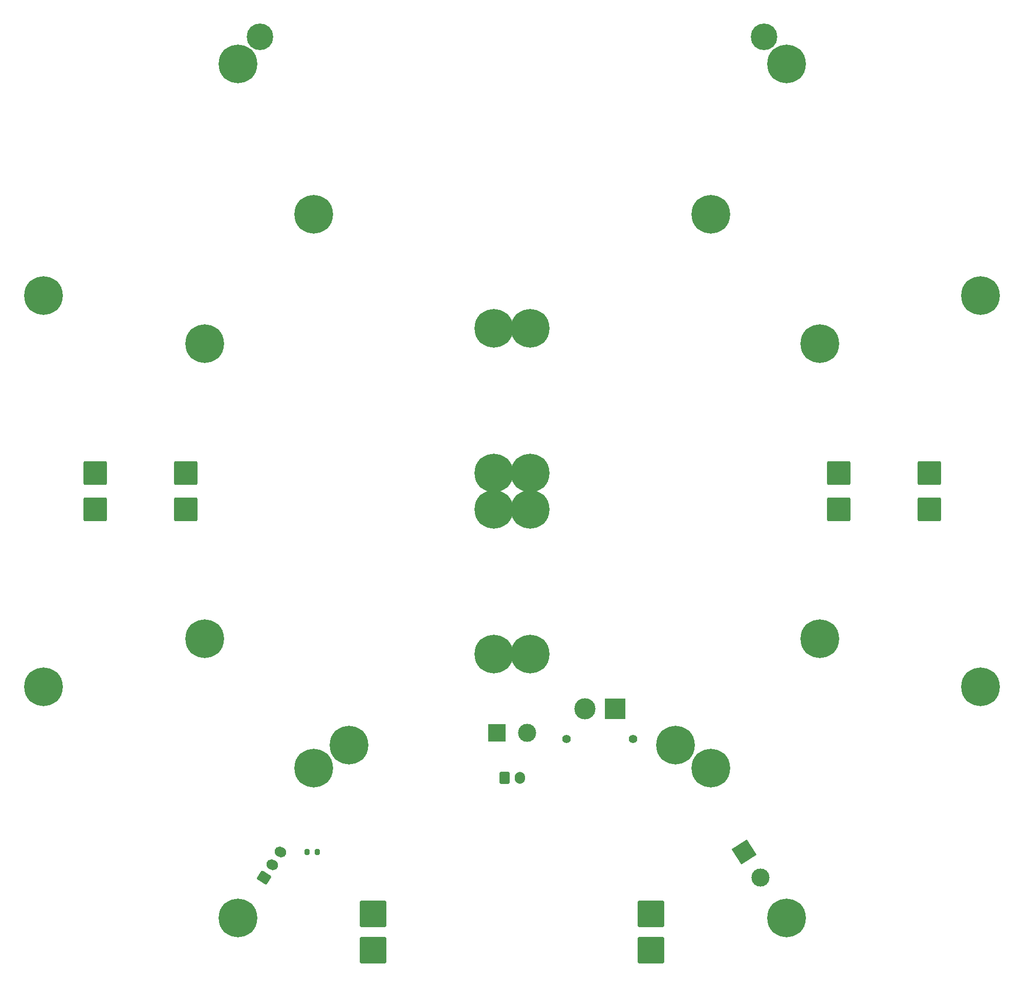
<source format=gbs>
G04 #@! TF.GenerationSoftware,KiCad,Pcbnew,7.0.9*
G04 #@! TF.CreationDate,2023-12-19T12:28:51+08:00*
G04 #@! TF.ProjectId,layer2,6c617965-7232-42e6-9b69-6361645f7063,rev?*
G04 #@! TF.SameCoordinates,Original*
G04 #@! TF.FileFunction,Soldermask,Bot*
G04 #@! TF.FilePolarity,Negative*
%FSLAX46Y46*%
G04 Gerber Fmt 4.6, Leading zero omitted, Abs format (unit mm)*
G04 Created by KiCad (PCBNEW 7.0.9) date 2023-12-19 12:28:51*
%MOMM*%
%LPD*%
G01*
G04 APERTURE LIST*
G04 Aperture macros list*
%AMRoundRect*
0 Rectangle with rounded corners*
0 $1 Rounding radius*
0 $2 $3 $4 $5 $6 $7 $8 $9 X,Y pos of 4 corners*
0 Add a 4 corners polygon primitive as box body*
4,1,4,$2,$3,$4,$5,$6,$7,$8,$9,$2,$3,0*
0 Add four circle primitives for the rounded corners*
1,1,$1+$1,$2,$3*
1,1,$1+$1,$4,$5*
1,1,$1+$1,$6,$7*
1,1,$1+$1,$8,$9*
0 Add four rect primitives between the rounded corners*
20,1,$1+$1,$2,$3,$4,$5,0*
20,1,$1+$1,$4,$5,$6,$7,0*
20,1,$1+$1,$6,$7,$8,$9,0*
20,1,$1+$1,$8,$9,$2,$3,0*%
%AMHorizOval*
0 Thick line with rounded ends*
0 $1 width*
0 $2 $3 position (X,Y) of the first rounded end (center of the circle)*
0 $4 $5 position (X,Y) of the second rounded end (center of the circle)*
0 Add line between two ends*
20,1,$1,$2,$3,$4,$5,0*
0 Add two circle primitives to create the rounded ends*
1,1,$1,$2,$3*
1,1,$1,$4,$5*%
%AMRotRect*
0 Rectangle, with rotation*
0 The origin of the aperture is its center*
0 $1 length*
0 $2 width*
0 $3 Rotation angle, in degrees counterclockwise*
0 Add horizontal line*
21,1,$1,$2,0,0,$3*%
G04 Aperture macros list end*
%ADD10RotRect,3.000000X3.000000X302.700000*%
%ADD11C,3.000000*%
%ADD12RoundRect,0.250000X-0.600000X-0.750000X0.600000X-0.750000X0.600000X0.750000X-0.600000X0.750000X0*%
%ADD13O,1.700000X2.000000*%
%ADD14RoundRect,0.249999X-1.950001X-1.950001X1.950001X-1.950001X1.950001X1.950001X-1.950001X1.950001X0*%
%ADD15RoundRect,0.250002X-1.699998X-1.699998X1.699998X-1.699998X1.699998X1.699998X-1.699998X1.699998X0*%
%ADD16RoundRect,0.250000X0.285967X-0.896576X0.934238X0.113249X-0.285967X0.896576X-0.934238X-0.113249X0*%
%ADD17HorizOval,1.700000X-0.105190X0.067528X0.105190X-0.067528X0*%
%ADD18C,6.400000*%
%ADD19R,3.000000X3.000000*%
%ADD20C,4.400000*%
%ADD21C,1.400000*%
%ADD22R,3.500000X3.500000*%
%ADD23C,3.500000*%
%ADD24RoundRect,0.200000X-0.200000X-0.275000X0.200000X-0.275000X0.200000X0.275000X-0.200000X0.275000X0*%
G04 APERTURE END LIST*
D10*
X143357043Y-164747279D03*
D11*
X146058245Y-168954833D03*
D12*
X103750000Y-152500000D03*
D13*
X106250000Y-152500000D03*
D14*
X128000000Y-181000000D03*
X82000000Y-175000000D03*
D15*
X174000000Y-108000000D03*
D16*
X63941829Y-168954881D03*
D17*
X65292393Y-166851080D03*
X66642957Y-164747280D03*
D18*
X102000000Y-78000000D03*
X102000000Y-108000000D03*
X155865000Y-80595000D03*
X132012016Y-147075539D03*
D19*
X102500000Y-145000000D03*
D11*
X107500000Y-145000000D03*
D20*
X63306373Y-29782705D03*
D18*
X77987984Y-147075539D03*
X54135100Y-129405000D03*
D21*
X125000000Y-146000000D03*
X114000000Y-146000000D03*
D22*
X122000000Y-141000000D03*
D23*
X117000000Y-141000000D03*
D18*
X108000000Y-108000000D03*
X59637893Y-34301490D03*
D15*
X51000000Y-108000000D03*
D18*
X54135100Y-80595000D03*
D20*
X146693627Y-29782705D03*
D14*
X128000000Y-175000000D03*
D18*
X72133200Y-150854000D03*
X72133200Y-59145700D03*
X27498500Y-72603700D03*
D15*
X159000000Y-102000000D03*
D18*
X137867000Y-150854000D03*
D15*
X174000000Y-102000000D03*
D18*
X182501000Y-72603700D03*
X137867000Y-59145700D03*
D15*
X36000000Y-102000000D03*
D18*
X182501000Y-137396000D03*
X27498500Y-137396000D03*
D15*
X51000000Y-102000000D03*
D18*
X59637900Y-175699000D03*
X150362107Y-34301490D03*
X155865000Y-129405000D03*
X108000000Y-102000000D03*
X108000000Y-132000000D03*
D15*
X159000000Y-108000000D03*
D18*
X102000000Y-102000000D03*
X108000000Y-78000000D03*
D14*
X82000000Y-181000000D03*
D18*
X102000000Y-132000000D03*
X150362000Y-175699000D03*
D15*
X36000000Y-108000000D03*
D24*
X71100000Y-164750000D03*
X72750000Y-164750000D03*
M02*

</source>
